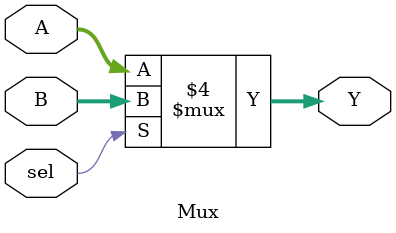
<source format=sv>
module Mux (
    input logic [31:0] A,
    input logic [31:0] B,
    input logic sel,
    output logic [31:0] Y
);

    always @* begin
        if (sel == 1'b0)
            Y = A;
        else
            Y = B;
    end

endmodule

</source>
